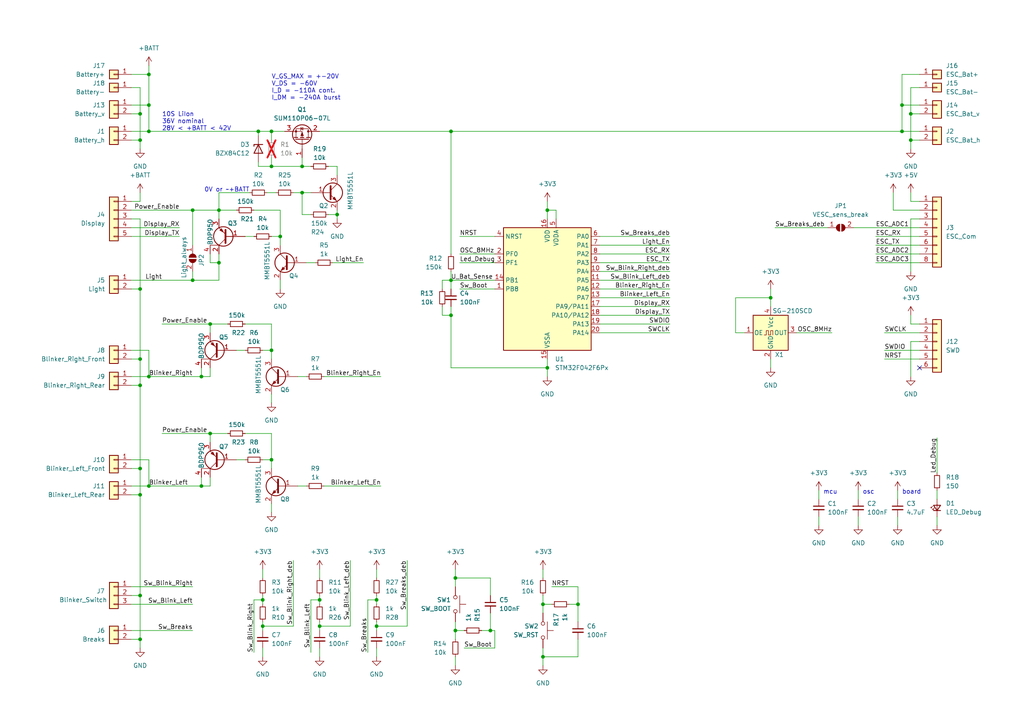
<source format=kicad_sch>
(kicad_sch (version 20230121) (generator eeschema)
  (paper "A4")
  (junction (at 223.52 86.36))
  (junction (at 55.88 60.96))
  (junction (at 130.81 91.44))
  (junction (at 109.22 173.99))
  (junction (at 60.96 93.98))
  (junction (at 109.22 181.61))
  (junction (at 58.42 109.22))
  (junction (at 261.62 38.1))
  (junction (at 264.16 33.02))
  (junction (at 78.74 133.35))
  (junction (at 55.88 81.28))
  (junction (at 43.18 30.48))
  (junction (at 40.64 33.02))
  (junction (at 40.64 185.42))
  (junction (at 92.71 181.61))
  (junction (at 97.79 62.23))
  (junction (at 158.75 106.68))
  (junction (at 78.74 101.6))
  (junction (at 264.16 40.64))
  (junction (at 40.64 135.89))
  (junction (at 157.48 175.26))
  (junction (at 40.64 40.64))
  (junction (at 142.24 182.88))
  (junction (at 158.75 60.96))
  (junction (at 167.64 175.26))
  (junction (at 43.18 140.97))
  (junction (at 43.18 21.59))
  (junction (at 43.18 109.22))
  (junction (at 81.28 68.58))
  (junction (at 87.63 48.26))
  (junction (at 40.64 111.76))
  (junction (at 157.48 190.5))
  (junction (at 74.93 38.1))
  (junction (at 40.64 83.82))
  (junction (at 63.5 76.2))
  (junction (at 63.5 60.96))
  (junction (at 92.71 173.99))
  (junction (at 130.81 38.1))
  (junction (at 40.64 104.14))
  (junction (at 78.74 38.1))
  (junction (at 76.2 181.61))
  (junction (at 261.62 30.48))
  (junction (at 87.63 55.88))
  (junction (at 43.18 38.1))
  (junction (at 130.81 81.28))
  (junction (at 132.08 167.64))
  (junction (at 40.64 143.51))
  (junction (at 76.2 173.99))
  (junction (at 78.74 48.26))
  (junction (at 132.08 182.88))
  (junction (at 40.64 172.72))
  (junction (at 60.96 125.73))
  (junction (at 58.42 140.97))
  (no_connect (at 266.7 106.68))
  (wire (pts (xy 173.99 86.36) (xy 194.31 86.36)))
  (wire (pts (xy 167.64 185.42) (xy 167.64 190.5)))
  (wire (pts (xy 266.7 93.98) (xy 264.16 93.98)))
  (wire (pts (xy 92.71 38.1) (xy 130.81 38.1)))
  (wire (pts (xy 38.1 66.04) (xy 52.07 66.04)))
  (wire (pts (xy 78.74 45.72) (xy 78.74 48.26)))
  (wire (pts (xy 43.18 38.1) (xy 74.93 38.1)))
  (wire (pts (xy 40.64 83.82) (xy 40.64 104.14)))
  (wire (pts (xy 167.64 190.5) (xy 157.48 190.5)))
  (wire (pts (xy 76.2 173.99) (xy 76.2 172.72)))
  (wire (pts (xy 173.99 71.12) (xy 194.31 71.12)))
  (wire (pts (xy 97.79 48.26) (xy 97.79 50.8)))
  (wire (pts (xy 38.1 175.26) (xy 55.88 175.26)))
  (wire (pts (xy 158.75 106.68) (xy 158.75 109.22)))
  (wire (pts (xy 256.54 101.6) (xy 266.7 101.6)))
  (wire (pts (xy 101.6 181.61) (xy 92.71 181.61)))
  (wire (pts (xy 71.12 125.73) (xy 78.74 125.73)))
  (wire (pts (xy 78.74 68.58) (xy 81.28 68.58)))
  (wire (pts (xy 157.48 175.26) (xy 157.48 177.8)))
  (wire (pts (xy 58.42 109.22) (xy 43.18 109.22)))
  (wire (pts (xy 38.1 170.18) (xy 55.88 170.18)))
  (wire (pts (xy 248.92 142.24) (xy 248.92 144.78)))
  (wire (pts (xy 128.27 81.28) (xy 128.27 83.82)))
  (wire (pts (xy 87.63 48.26) (xy 90.17 48.26)))
  (wire (pts (xy 92.71 180.34) (xy 92.71 181.61)))
  (wire (pts (xy 264.16 40.64) (xy 266.7 40.64)))
  (wire (pts (xy 85.09 181.61) (xy 76.2 181.61)))
  (wire (pts (xy 173.99 93.98) (xy 194.31 93.98)))
  (wire (pts (xy 73.66 173.99) (xy 73.66 189.23)))
  (wire (pts (xy 60.96 125.73) (xy 60.96 128.27)))
  (wire (pts (xy 264.16 58.42) (xy 264.16 55.88)))
  (wire (pts (xy 90.17 62.23) (xy 87.63 62.23)))
  (wire (pts (xy 264.16 25.4) (xy 264.16 33.02)))
  (wire (pts (xy 73.66 60.96) (xy 81.28 60.96)))
  (wire (pts (xy 43.18 101.6) (xy 43.18 109.22)))
  (wire (pts (xy 58.42 138.43) (xy 58.42 140.97)))
  (wire (pts (xy 38.1 182.88) (xy 55.88 182.88)))
  (wire (pts (xy 223.52 83.82) (xy 223.52 86.36)))
  (wire (pts (xy 63.5 73.66) (xy 63.5 76.2)))
  (wire (pts (xy 43.18 30.48) (xy 43.18 38.1)))
  (wire (pts (xy 60.96 109.22) (xy 58.42 109.22)))
  (wire (pts (xy 132.08 182.88) (xy 132.08 185.42)))
  (wire (pts (xy 78.74 38.1) (xy 78.74 40.64)))
  (wire (pts (xy 78.74 101.6) (xy 76.2 101.6)))
  (wire (pts (xy 78.74 133.35) (xy 78.74 135.89)))
  (wire (pts (xy 43.18 30.48) (xy 43.18 21.59)))
  (wire (pts (xy 260.35 142.24) (xy 260.35 144.78)))
  (wire (pts (xy 38.1 101.6) (xy 43.18 101.6)))
  (wire (pts (xy 76.2 181.61) (xy 76.2 182.88)))
  (wire (pts (xy 93.98 140.97) (xy 110.49 140.97)))
  (wire (pts (xy 78.74 48.26) (xy 87.63 48.26)))
  (wire (pts (xy 85.09 55.88) (xy 87.63 55.88)))
  (wire (pts (xy 40.64 33.02) (xy 40.64 40.64)))
  (wire (pts (xy 133.35 68.58) (xy 143.51 68.58)))
  (wire (pts (xy 194.31 73.66) (xy 173.99 73.66)))
  (wire (pts (xy 223.52 88.9) (xy 223.52 86.36)))
  (wire (pts (xy 63.5 55.88) (xy 63.5 60.96)))
  (wire (pts (xy 43.18 133.35) (xy 43.18 140.97)))
  (wire (pts (xy 130.81 38.1) (xy 261.62 38.1)))
  (wire (pts (xy 165.1 175.26) (xy 167.64 175.26)))
  (wire (pts (xy 109.22 167.64) (xy 109.22 165.1)))
  (wire (pts (xy 223.52 86.36) (xy 213.36 86.36)))
  (wire (pts (xy 118.11 181.61) (xy 109.22 181.61)))
  (wire (pts (xy 264.16 33.02) (xy 264.16 40.64)))
  (wire (pts (xy 256.54 96.52) (xy 266.7 96.52)))
  (wire (pts (xy 76.2 167.64) (xy 76.2 165.1)))
  (wire (pts (xy 40.64 58.42) (xy 40.64 55.88)))
  (wire (pts (xy 87.63 45.72) (xy 87.63 48.26)))
  (wire (pts (xy 109.22 173.99) (xy 109.22 175.26)))
  (wire (pts (xy 213.36 86.36) (xy 213.36 96.52)))
  (wire (pts (xy 43.18 140.97) (xy 38.1 140.97)))
  (wire (pts (xy 266.7 60.96) (xy 259.08 60.96)))
  (wire (pts (xy 132.08 190.5) (xy 132.08 193.04)))
  (wire (pts (xy 173.99 68.58) (xy 194.31 68.58)))
  (wire (pts (xy 261.62 38.1) (xy 266.7 38.1)))
  (wire (pts (xy 60.96 140.97) (xy 58.42 140.97)))
  (wire (pts (xy 256.54 104.14) (xy 266.7 104.14)))
  (wire (pts (xy 266.7 99.06) (xy 264.16 99.06)))
  (wire (pts (xy 130.81 38.1) (xy 130.81 73.66)))
  (wire (pts (xy 97.79 60.96) (xy 97.79 62.23)))
  (wire (pts (xy 194.31 76.2) (xy 173.99 76.2)))
  (wire (pts (xy 92.71 173.99) (xy 92.71 172.72)))
  (wire (pts (xy 40.64 135.89) (xy 40.64 111.76)))
  (wire (pts (xy 38.1 135.89) (xy 40.64 135.89)))
  (wire (pts (xy 40.64 185.42) (xy 40.64 187.96)))
  (wire (pts (xy 81.28 60.96) (xy 81.28 68.58)))
  (wire (pts (xy 60.96 106.68) (xy 60.96 109.22)))
  (wire (pts (xy 76.2 173.99) (xy 76.2 175.26)))
  (wire (pts (xy 173.99 91.44) (xy 194.31 91.44)))
  (wire (pts (xy 40.64 111.76) (xy 40.64 104.14)))
  (wire (pts (xy 38.1 185.42) (xy 40.64 185.42)))
  (wire (pts (xy 157.48 167.64) (xy 157.48 165.1)))
  (wire (pts (xy 143.51 182.88) (xy 142.24 182.88)))
  (wire (pts (xy 128.27 91.44) (xy 130.81 91.44)))
  (wire (pts (xy 247.65 66.04) (xy 266.7 66.04)))
  (wire (pts (xy 109.22 173.99) (xy 109.22 172.72)))
  (wire (pts (xy 132.08 167.64) (xy 132.08 165.1)))
  (wire (pts (xy 38.1 30.48) (xy 43.18 30.48)))
  (wire (pts (xy 88.9 76.2) (xy 91.44 76.2)))
  (wire (pts (xy 142.24 182.88) (xy 139.7 182.88)))
  (wire (pts (xy 130.81 78.74) (xy 130.81 81.28)))
  (wire (pts (xy 264.16 63.5) (xy 266.7 63.5)))
  (wire (pts (xy 157.48 187.96) (xy 157.48 190.5)))
  (wire (pts (xy 72.39 55.88) (xy 63.5 55.88)))
  (wire (pts (xy 77.47 55.88) (xy 80.01 55.88)))
  (wire (pts (xy 161.29 60.96) (xy 158.75 60.96)))
  (wire (pts (xy 271.78 127) (xy 271.78 137.16)))
  (wire (pts (xy 213.36 96.52) (xy 215.9 96.52)))
  (wire (pts (xy 271.78 142.24) (xy 271.78 144.78)))
  (wire (pts (xy 55.88 71.12) (xy 55.88 60.96)))
  (wire (pts (xy 78.74 125.73) (xy 78.74 133.35)))
  (wire (pts (xy 167.64 170.18) (xy 167.64 175.26)))
  (wire (pts (xy 266.7 33.02) (xy 264.16 33.02)))
  (wire (pts (xy 81.28 81.28) (xy 81.28 83.82)))
  (wire (pts (xy 134.62 182.88) (xy 132.08 182.88)))
  (wire (pts (xy 71.12 68.58) (xy 73.66 68.58)))
  (wire (pts (xy 38.1 81.28) (xy 55.88 81.28)))
  (wire (pts (xy 133.35 83.82) (xy 143.51 83.82)))
  (wire (pts (xy 40.64 40.64) (xy 40.64 43.18)))
  (wire (pts (xy 118.11 162.56) (xy 118.11 181.61)))
  (wire (pts (xy 40.64 143.51) (xy 40.64 135.89)))
  (wire (pts (xy 71.12 101.6) (xy 68.58 101.6)))
  (wire (pts (xy 78.74 146.05) (xy 78.74 148.59)))
  (wire (pts (xy 63.5 76.2) (xy 63.5 81.28)))
  (wire (pts (xy 78.74 93.98) (xy 78.74 101.6)))
  (wire (pts (xy 43.18 109.22) (xy 38.1 109.22)))
  (wire (pts (xy 254 68.58) (xy 266.7 68.58)))
  (wire (pts (xy 90.17 55.88) (xy 87.63 55.88)))
  (wire (pts (xy 160.02 175.26) (xy 157.48 175.26)))
  (wire (pts (xy 55.88 60.96) (xy 63.5 60.96)))
  (wire (pts (xy 158.75 58.42) (xy 158.75 60.96)))
  (wire (pts (xy 76.2 133.35) (xy 78.74 133.35)))
  (wire (pts (xy 74.93 38.1) (xy 74.93 39.37)))
  (wire (pts (xy 38.1 40.64) (xy 40.64 40.64)))
  (wire (pts (xy 142.24 167.64) (xy 132.08 167.64)))
  (wire (pts (xy 133.35 73.66) (xy 143.51 73.66)))
  (wire (pts (xy 38.1 143.51) (xy 40.64 143.51)))
  (wire (pts (xy 58.42 140.97) (xy 43.18 140.97)))
  (wire (pts (xy 173.99 88.9) (xy 194.31 88.9)))
  (wire (pts (xy 38.1 63.5) (xy 40.64 63.5)))
  (wire (pts (xy 101.6 162.56) (xy 101.6 181.61)))
  (wire (pts (xy 132.08 182.88) (xy 132.08 180.34)))
  (wire (pts (xy 130.81 88.9) (xy 130.81 91.44)))
  (wire (pts (xy 173.99 96.52) (xy 194.31 96.52)))
  (wire (pts (xy 237.49 149.86) (xy 237.49 152.4)))
  (wire (pts (xy 73.66 173.99) (xy 76.2 173.99)))
  (wire (pts (xy 86.36 109.22) (xy 88.9 109.22)))
  (wire (pts (xy 38.1 58.42) (xy 40.64 58.42)))
  (wire (pts (xy 142.24 177.8) (xy 142.24 182.88)))
  (wire (pts (xy 254 73.66) (xy 266.7 73.66)))
  (wire (pts (xy 38.1 111.76) (xy 40.64 111.76)))
  (wire (pts (xy 38.1 21.59) (xy 43.18 21.59)))
  (wire (pts (xy 60.96 73.66) (xy 60.96 76.2)))
  (wire (pts (xy 266.7 58.42) (xy 264.16 58.42)))
  (wire (pts (xy 92.71 190.5) (xy 92.71 187.96)))
  (wire (pts (xy 76.2 180.34) (xy 76.2 181.61)))
  (wire (pts (xy 71.12 93.98) (xy 78.74 93.98)))
  (wire (pts (xy 254 76.2) (xy 266.7 76.2)))
  (wire (pts (xy 109.22 190.5) (xy 109.22 187.96)))
  (wire (pts (xy 46.99 125.73) (xy 60.96 125.73)))
  (wire (pts (xy 68.58 133.35) (xy 71.12 133.35)))
  (wire (pts (xy 38.1 38.1) (xy 43.18 38.1)))
  (wire (pts (xy 60.96 76.2) (xy 63.5 76.2)))
  (wire (pts (xy 78.74 104.14) (xy 78.74 101.6)))
  (wire (pts (xy 158.75 104.14) (xy 158.75 106.68)))
  (wire (pts (xy 38.1 68.58) (xy 52.07 68.58)))
  (wire (pts (xy 133.35 76.2) (xy 143.51 76.2)))
  (wire (pts (xy 76.2 190.5) (xy 76.2 187.96)))
  (wire (pts (xy 223.52 104.14) (xy 223.52 106.68)))
  (wire (pts (xy 38.1 104.14) (xy 40.64 104.14)))
  (wire (pts (xy 167.64 175.26) (xy 167.64 180.34)))
  (wire (pts (xy 157.48 190.5) (xy 157.48 193.04)))
  (wire (pts (xy 158.75 60.96) (xy 158.75 63.5)))
  (wire (pts (xy 143.51 187.96) (xy 143.51 182.88)))
  (wire (pts (xy 254 71.12) (xy 266.7 71.12)))
  (wire (pts (xy 43.18 21.59) (xy 43.18 19.05)))
  (wire (pts (xy 266.7 25.4) (xy 264.16 25.4)))
  (wire (pts (xy 74.93 48.26) (xy 74.93 46.99)))
  (wire (pts (xy 237.49 142.24) (xy 237.49 144.78)))
  (wire (pts (xy 78.74 114.3) (xy 78.74 116.84)))
  (wire (pts (xy 60.96 93.98) (xy 60.96 96.52)))
  (wire (pts (xy 90.17 173.99) (xy 92.71 173.99)))
  (wire (pts (xy 92.71 181.61) (xy 92.71 182.88)))
  (wire (pts (xy 128.27 88.9) (xy 128.27 91.44)))
  (wire (pts (xy 38.1 25.4) (xy 40.64 25.4)))
  (wire (pts (xy 142.24 172.72) (xy 142.24 167.64)))
  (wire (pts (xy 38.1 60.96) (xy 55.88 60.96)))
  (wire (pts (xy 63.5 63.5) (xy 63.5 60.96)))
  (wire (pts (xy 264.16 99.06) (xy 264.16 109.22)))
  (wire (pts (xy 40.64 172.72) (xy 40.64 185.42)))
  (wire (pts (xy 87.63 62.23) (xy 87.63 55.88)))
  (wire (pts (xy 74.93 38.1) (xy 78.74 38.1)))
  (wire (pts (xy 173.99 83.82) (xy 194.31 83.82)))
  (wire (pts (xy 264.16 78.74) (xy 264.16 63.5)))
  (wire (pts (xy 95.25 62.23) (xy 97.79 62.23)))
  (wire (pts (xy 96.52 76.2) (xy 105.41 76.2)))
  (wire (pts (xy 161.29 63.5) (xy 161.29 60.96)))
  (wire (pts (xy 85.09 162.56) (xy 85.09 181.61)))
  (wire (pts (xy 106.68 173.99) (xy 109.22 173.99)))
  (wire (pts (xy 78.74 38.1) (xy 82.55 38.1)))
  (wire (pts (xy 95.25 48.26) (xy 97.79 48.26)))
  (wire (pts (xy 109.22 180.34) (xy 109.22 181.61)))
  (wire (pts (xy 248.92 149.86) (xy 248.92 152.4)))
  (wire (pts (xy 271.78 149.86) (xy 271.78 152.4)))
  (wire (pts (xy 60.96 93.98) (xy 66.04 93.98)))
  (wire (pts (xy 46.99 93.98) (xy 60.96 93.98)))
  (wire (pts (xy 130.81 106.68) (xy 158.75 106.68)))
  (wire (pts (xy 130.81 81.28) (xy 130.81 83.82)))
  (wire (pts (xy 109.22 181.61) (xy 109.22 182.88)))
  (wire (pts (xy 157.48 172.72) (xy 157.48 175.26)))
  (wire (pts (xy 173.99 81.28) (xy 194.31 81.28)))
  (wire (pts (xy 92.71 167.64) (xy 92.71 165.1)))
  (wire (pts (xy 74.93 48.26) (xy 78.74 48.26)))
  (wire (pts (xy 38.1 83.82) (xy 40.64 83.82)))
  (wire (pts (xy 224.79 66.04) (xy 240.03 66.04)))
  (wire (pts (xy 58.42 106.68) (xy 58.42 109.22)))
  (wire (pts (xy 63.5 60.96) (xy 68.58 60.96)))
  (wire (pts (xy 160.02 170.18) (xy 167.64 170.18)))
  (wire (pts (xy 261.62 21.59) (xy 261.62 30.48)))
  (wire (pts (xy 130.81 81.28) (xy 143.51 81.28)))
  (wire (pts (xy 40.64 25.4) (xy 40.64 33.02)))
  (wire (pts (xy 38.1 172.72) (xy 40.64 172.72)))
  (wire (pts (xy 38.1 33.02) (xy 40.64 33.02)))
  (wire (pts (xy 106.68 173.99) (xy 106.68 189.23)))
  (wire (pts (xy 134.62 187.96) (xy 143.51 187.96)))
  (wire (pts (xy 130.81 81.28) (xy 128.27 81.28)))
  (wire (pts (xy 264.16 93.98) (xy 264.16 91.44)))
  (wire (pts (xy 93.98 109.22) (xy 110.49 109.22)))
  (wire (pts (xy 97.79 62.23) (xy 97.79 63.5)))
  (wire (pts (xy 81.28 68.58) (xy 81.28 71.12)))
  (wire (pts (xy 261.62 30.48) (xy 261.62 38.1)))
  (wire (pts (xy 173.99 78.74) (xy 194.31 78.74)))
  (wire (pts (xy 132.08 167.64) (xy 132.08 170.18)))
  (wire (pts (xy 55.88 81.28) (xy 55.88 78.74)))
  (wire (pts (xy 130.81 91.44) (xy 130.81 106.68)))
  (wire (pts (xy 60.96 125.73) (xy 66.04 125.73)))
  (wire (pts (xy 264.16 43.18) (xy 264.16 40.64)))
  (wire (pts (xy 259.08 60.96) (xy 259.08 55.88)))
  (wire (pts (xy 40.64 63.5) (xy 40.64 83.82)))
  (wire (pts (xy 90.17 173.99) (xy 90.17 189.23)))
  (wire (pts (xy 260.35 149.86) (xy 260.35 152.4)))
  (wire (pts (xy 86.36 140.97) (xy 88.9 140.97)))
  (wire (pts (xy 60.96 138.43) (xy 60.96 140.97)))
  (wire (pts (xy 40.64 143.51) (xy 40.64 172.72)))
  (wire (pts (xy 55.88 81.28) (xy 63.5 81.28)))
  (wire (pts (xy 266.7 30.48) (xy 261.62 30.48)))
  (wire (pts (xy 231.14 96.52) (xy 241.3 96.52)))
  (wire (pts (xy 266.7 21.59) (xy 261.62 21.59)))
  (wire (pts (xy 92.71 173.99) (xy 92.71 175.26)))
  (wire (pts (xy 38.1 133.35) (xy 43.18 133.35)))
  (text "0V or ~+BATT" (at 72.39 55.88 0) (effects (font (size 1.27 1.27)) (justify right bottom)))
  (text "board" (at 261.62 143.51 0) (effects (font (size 1.27 1.27)) (justify left bottom)))
  (text "osc" (at 250.19 143.51 0) (effects (font (size 1.27 1.27)) (justify left bottom)))
  (text "V_GS_MAX = +-20V\nV_DS = -60V\nI_D = -110A cont.\nI_DM = -240A burst" (at 78.74 29.21 0) (effects (font (size 1.27 1.27)) (justify left bottom)))
  (text "10S LiIon\n36V nominal\n28V < +BATT < 42V" (at 46.99 38.1 0) (effects (font (size 1.27 1.27)) (justify left bottom)))
  (text "mcu" (at 238.76 143.51 0) (effects (font (size 1.27 1.27)) (justify left bottom)))
  (label "Power_Enable" (at 52.07 60.96 180))
  (label "Sw_Blink_Left" (at 90.17 187.96 90))
  (label "Sw_Blink_Right_deb" (at 85.09 162.56 270))
  (label "Blinker_Right" (at 43.18 109.22 0))
  (label "Blinker_Right_En" (at 194.31 83.82 180))
  (label "Blinker_Left" (at 43.18 140.97 0))
  (label "Sw_Breaks_deb" (at 194.31 68.58 180))
  (label "Sw_Boot" (at 133.35 83.82 0))
  (label "Sw_Blink_Left" (at 55.88 175.26 180))
  (label "SWDIO" (at 256.54 101.6 0))
  (label "Display_RX" (at 52.07 66.04 180))
  (label "Sw_Breaks_deb" (at 224.79 66.04 0))
  (label "Light_En" (at 105.41 76.2 180))
  (label "Blinker_Right_En" (at 110.49 109.22 180))
  (label "Display_TX" (at 194.31 91.44 180))
  (label "Sw_Blink_Left_deb" (at 194.31 81.28 180))
  (label "Sw_Blink_Right" (at 55.88 170.18 180))
  (label "ESC_TX" (at 194.31 76.2 180))
  (label "ESC_RX" (at 194.31 73.66 180))
  (label "Display_RX" (at 194.31 88.9 180))
  (label "ESC_ADC2" (at 254 73.66 0))
  (label "Display_TX" (at 52.07 68.58 180))
  (label "U_Bat_Sense" (at 130.81 81.28 0))
  (label "NRST" (at 160.02 170.18 0))
  (label "Power_Enable" (at 46.99 93.98 0))
  (label "Blinker_Left_En" (at 194.31 86.36 180))
  (label "SWCLK" (at 194.31 96.52 180))
  (label "Power_Enable" (at 46.99 125.73 0))
  (label "Sw_Blink_Left_deb" (at 101.6 162.56 270))
  (label "Sw_Blink_Right_deb" (at 194.31 78.74 180))
  (label "ESC_ADC3" (at 254 76.2 0))
  (label "Blinker_Left_En" (at 110.49 140.97 180))
  (label "NRST" (at 133.35 68.58 0))
  (label "SWCLK" (at 256.54 96.52 0))
  (label "Sw_Breaks" (at 55.88 182.88 180))
  (label "NRST" (at 256.54 104.14 0))
  (label "OSC_8MHz" (at 241.3 96.52 180))
  (label "OSC_8MHz" (at 133.35 73.66 0))
  (label "ESC_TX" (at 254 71.12 0))
  (label "Light_En" (at 194.31 71.12 180))
  (label "ESC_ADC1" (at 254 66.04 0))
  (label "Sw_Breaks_deb" (at 118.11 162.56 270))
  (label "Led_Debug" (at 133.35 76.2 0))
  (label "Sw_Breaks" (at 106.68 189.23 90))
  (label "Sw_Boot" (at 134.62 187.96 0))
  (label "Led_Debug" (at 271.78 127 270))
  (label "ESC_RX" (at 254 68.58 0))
  (label "Light" (at 46.99 81.28 180))
  (label "Sw_Blink_Right" (at 73.66 189.23 90))
  (label "SWDIO" (at 194.31 93.98 180))
  (symbol (lib_id "Device:R_Small") (at 132.08 187.96 0) (mirror y) (unit 1)
    (property "Reference" "R14" (at 129.54 186.69 0) (effects (justify left)))
    (property "Value" "10k" (at 129.54 189.23 0) (effects (justify left)))
    (property "Footprint" "Resistor_SMD:R_0603_1608Metric_Pad0.98x0.95mm_HandSolder" (effects hide))
    (property "source" "project stock \"ESP8266 12E Base-Board\"" (effects hide))
  )
  (symbol (lib_id "Device:R_Small") (at 271.78 139.7 0) (unit 1)
    (property "Reference" "R18" (at 274.32 138.43 0) (effects (justify left)))
    (property "Value" "150" (at 274.32 140.97 0) (effects (justify left)))
    (property "Footprint" "Resistor_SMD:R_0603_1608Metric_Pad0.98x0.95mm_HandSolder" (effects hide))
    (property "source" "project stock \"ESP8266 12E Base-Board\"" (effects hide))
  )
  (symbol (lib_id "power:+3V3") (at 260.35 142.24 0) (unit 1)
    (property "Reference" "#PWR022" (effects hide))
    (property "Value" "+3V3" (at 260.35 137.16 0))
  )
  (symbol (lib_id "Diode:BZX84Cxx") (at 74.93 43.18 90) (mirror x) (unit 1)
    (property "Reference" "D3" (at 72.39 41.91 90) (effects (justify left)))
    (property "Value" "BZX84C12" (at 72.39 44.45 90) (effects (justify left)))
    (property "Footprint" "Package_TO_SOT_SMD:SOT-23" (effects hide))
    (property "Datasheet" "https://diotec.com/tl_files/diotec/files/pdf/datasheets/bzx84c2v4.pdf" (effects hide))
    (property "source" "ebay" (effects hide))
  )
  (symbol (lib_id "Device:C_Small") (at 76.2 185.42 0) (unit 1)
    (property "Reference" "C7" (at 78.74 184.1563 0) (effects (justify left)))
    (property "Value" "100nF" (at 78.74 186.6963 0) (effects (justify left)))
    (property "Footprint" "Capacitor_SMD:C_0805_2012Metric_Pad1.18x1.45mm_HandSolder" (effects hide))
    (property "source" "in stock" (effects hide))
  )
  (symbol (lib_id "power:+BATT") (at 40.64 55.88 0) (unit 1)
    (property "Reference" "#PWR04" (effects hide))
    (property "Value" "+BATT" (at 40.64 50.8 0))
  )
  (symbol (lib_id "power:GND") (at 157.48 193.04 0) (unit 1)
    (property "Reference" "#PWR027" (effects hide))
    (property "Value" "GND" (at 157.48 198.12 0))
  )
  (symbol (lib_id "Device:R_Small") (at 82.55 55.88 270) (unit 1)
    (property "Reference" "R25" (at 82.55 50.8 90))
    (property "Value" "10k" (at 82.55 53.34 90))
    (property "Footprint" "Resistor_SMD:R_0603_1608Metric_Pad0.98x0.95mm_HandSolder" (effects hide))
    (property "source" "project stock \"ESP8266 12E Base-Board\"" (effects hide))
  )
  (symbol (lib_id "Device:R_Small") (at 109.22 177.8 0) (mirror x) (unit 1)
    (property "Reference" "R28" (at 111.76 179.07 0) (effects (justify left)))
    (property "Value" "1k" (at 111.76 176.53 0) (effects (justify left)))
    (property "Footprint" "Resistor_SMD:R_0603_1608Metric_Pad0.98x0.95mm_HandSolder" (effects hide))
    (property "source" "in stock" (effects hide))
  )
  (symbol (lib_id "Device:Q_PNP_BCEC") (at 63.5 101.6 180) (unit 1)
    (property "Reference" "Q5" (at 63.5 97.79 0) (effects (justify right)))
    (property "Value" "BDP950" (at 58.42 104.14 90) (effects (justify right)))
    (property "Footprint" "Package_TO_SOT_SMD:SOT-223" (effects hide))
    (property "Datasheet" "https://www.infineon.com/dgdl/Infineon-BDP948_BDP950_BDP954-DS-v01_01-en.pdf?fileId=db3a304314dca38901156149b3e81f67" (effects hide))
    (property "source" "ebay? (I have one here)" (effects hide))
  )
  (symbol (lib_id "Device:C_Small") (at 142.24 175.26 0) (unit 1)
    (property "Reference" "C5" (at 144.78 173.9963 0) (effects (justify left)))
    (property "Value" "100nF" (at 144.78 176.5363 0) (effects (justify left)))
    (property "Footprint" "Capacitor_SMD:C_0805_2012Metric_Pad1.18x1.45mm_HandSolder" (effects hide))
    (property "source" "in stock" (effects hide))
  )
  (symbol (lib_id "Connector_Generic:Conn_01x06") (at 271.78 99.06 0) (unit 1)
    (property "Reference" "J12" (at 274.32 99.06 0) (effects (justify left)))
    (property "Value" "SWD" (at 274.32 101.6 0) (effects (justify left)))
    (property "Footprint" "local:PinHeader_1x06_P2.54mm_Horizontal_SMD" (effects hide))
    (property "source" "pin header" (effects hide))
  )
  (symbol (lib_id "Device:LED_Small") (at 271.78 147.32 90) (unit 1)
    (property "Reference" "D1" (at 274.32 145.9865 90) (effects (justify right)))
    (property "Value" "LED_Debug" (at 274.32 148.5265 90) (effects (justify right)))
    (property "Footprint" "LED_SMD:LED_0805_2012Metric_Pad1.15x1.40mm_HandSolder" (effects hide))
    (property "source" "project stock \"ESP8266 12E Base-Board\"" (effects hide))
  )
  (symbol (lib_id "Transistor_BJT:MMBT5551L") (at 83.82 76.2 0) (mirror y) (unit 1)
    (property "Reference" "Q4" (at 83.82 80.01 0) (effects (justify right)))
    (property "Value" "MMBT5551L" (at 77.47 81.28 90) (effects (justify left)))
    (property "Footprint" "Package_TO_SOT_SMD:SOT-23_Handsoldering" (effects hide))
    (property "Datasheet" "www.onsemi.com/pub/Collateral/MMBT5550LT1-D.PDF" (effects hide))
    (property "source" "project stock \"ESP8266 12E Base-Board\"" (effects hide))
  )
  (symbol (lib_id "power:+3V3") (at 109.22 165.1 0) (unit 1)
    (property "Reference" "#PWR034" (effects hide))
    (property "Value" "+3V3" (at 109.22 160.02 0))
  )
  (symbol (lib_id "power:+3V3") (at 158.75 58.42 0) (unit 1)
    (property "Reference" "#PWR012" (effects hide))
    (property "Value" "+3V3" (at 158.75 53.34 0))
  )
  (symbol (lib_id "Connector_Generic:Conn_01x02") (at 33.02 109.22 0) (mirror y) (unit 1)
    (property "Reference" "J9" (at 30.48 109.22 0) (effects (justify left)))
    (property "Value" "Blinker_Right_Rear" (at 30.48 111.76 0) (effects (justify left)))
    (property "Footprint" "Connector_PinHeader_2.54mm:PinHeader_1x02_P2.54mm_Vertical" (effects hide))
  )
  (symbol (lib_id "Connector_Generic:Conn_01x03") (at 33.02 172.72 0) (mirror y) (unit 1)
    (property "Reference" "J7" (at 29.21 171.45 0))
    (property "Value" "Blinker_Switch" (at 24.13 173.99 0))
    (property "Footprint" "Connector_PinHeader_2.54mm:PinHeader_1x03_P2.54mm_Vertical" (effects hide))
  )
  (symbol (lib_id "power:GND") (at 264.16 109.22 0) (unit 1)
    (property "Reference" "#PWR029" (effects hide))
    (property "Value" "GND" (at 264.16 114.3 0))
  )
  (symbol (lib_id "Switch:SW_Push") (at 132.08 175.26 270) (mirror x) (unit 1)
    (property "Reference" "SW1" (at 130.81 173.99 90) (effects (justify right)))
    (property "Value" "SW_BOOT" (at 130.81 176.53 90) (effects (justify right)))
    (property "Footprint" "local:SW_Push_1P1T_NO_Alps_SPEH" (effects hide))
    (property "source" "in stock" (effects hide))
  )
  (symbol (lib_id "Device:C_Small") (at 237.49 147.32 0) (unit 1)
    (property "Reference" "C1" (at 240.03 146.0563 0) (effects (justify left)))
    (property "Value" "100nF" (at 240.03 148.5963 0) (effects (justify left)))
    (property "Footprint" "Capacitor_SMD:C_0805_2012Metric_Pad1.18x1.45mm_HandSolder" (effects hide))
    (property "source" "in stock" (effects hide))
  )
  (symbol (lib_id "power:GND") (at 40.64 43.18 0) (unit 1)
    (property "Reference" "#PWR02" (effects hide))
    (property "Value" "GND" (at 40.64 48.26 0))
  )
  (symbol (lib_id "Device:R_Small") (at 74.93 55.88 270) (unit 1)
    (property "Reference" "R2" (at 74.93 50.8 90))
    (property "Value" "10k" (at 74.93 53.34 90))
    (property "Footprint" "Resistor_SMD:R_0603_1608Metric_Pad0.98x0.95mm_HandSolder" (effects hide))
    (property "source" "project stock \"ESP8266 12E Base-Board\"" (effects hide))
  )
  (symbol (lib_id "power:+BATT") (at 43.18 19.05 0) (unit 1)
    (property "Reference" "#PWR01" (effects hide))
    (property "Value" "+BATT" (at 43.18 13.97 0))
  )
  (symbol (lib_id "power:+3V3") (at 132.08 165.1 0) (unit 1)
    (property "Reference" "#PWR024" (effects hide))
    (property "Value" "+3V3" (at 132.08 160.02 0))
  )
  (symbol (lib_id "power:+3V3") (at 223.52 83.82 0) (unit 1)
    (property "Reference" "#PWR013" (effects hide))
    (property "Value" "+3V3" (at 223.52 78.74 0))
  )
  (symbol (lib_id "power:GND") (at 78.74 116.84 0) (unit 1)
    (property "Reference" "#PWR03" (effects hide))
    (property "Value" "GND" (at 78.74 121.92 0))
  )
  (symbol (lib_id "MCU_ST_STM32F0:STM32F042F6Px") (at 158.75 83.82 0) (unit 1)
    (property "Reference" "U1" (at 160.9441 104.14 0) (effects (justify left)))
    (property "Value" "STM32F042F6Px" (at 160.9441 106.68 0) (effects (justify left)))
    (property "Footprint" "Package_SO:TSSOP-20_4.4x6.5mm_P0.65mm" (effects hide))
    (property "Datasheet" "https://www.st.com/resource/en/datasheet/stm32f042f6.pdf" (effects hide))
    (property "source" "project stock \"power-sun\"" (effects hide))
  )
  (symbol (lib_id "Device:Q_PNP_BCEC") (at 63.5 133.35 180) (unit 1)
    (property "Reference" "Q7" (at 63.5 129.54 0) (effects (justify right)))
    (property "Value" "BDP950" (at 58.42 135.89 90) (effects (justify right)))
    (property "Footprint" "Package_TO_SOT_SMD:SOT-223" (effects hide))
    (property "Datasheet" "https://www.infineon.com/dgdl/Infineon-BDP948_BDP950_BDP954-DS-v01_01-en.pdf?fileId=db3a304314dca38901156149b3e81f67" (effects hide))
    (property "source" "ebay? (I have one here)" (effects hide))
  )
  (symbol (lib_id "Jumper:SolderJumper_2_Open") (at 243.84 66.04 0) (unit 1)
    (property "Reference" "JP1" (at 243.84 59.69 0))
    (property "Value" "VESC_sens_break" (at 243.84 62.23 0))
    (property "Footprint" "Jumper:SolderJumper-2_P1.3mm_Open_RoundedPad1.0x1.5mm" (effects hide))
  )
  (symbol (lib_id "Connector_Generic:Conn_01x01") (at 271.78 25.4 0) (unit 1)
    (property "Reference" "J15" (at 274.32 24.13 0) (effects (justify left)))
    (property "Value" "ESC_Bat-" (at 274.32 26.67 0) (effects (justify left)))
    (property "Footprint" "local:Solder_Pad_4mm2" (effects hide))
  )
  (symbol (lib_id "Device:R_Small") (at 137.16 182.88 270) (mirror x) (unit 1)
    (property "Reference" "R15" (at 138.43 180.34 0) (effects (justify left)))
    (property "Value" "1k" (at 135.89 180.34 0) (effects (justify left)))
    (property "Footprint" "Resistor_SMD:R_0603_1608Metric_Pad0.98x0.95mm_HandSolder" (effects hide))
    (property "source" "in stock" (effects hide))
  )
  (symbol (lib_id "Connector_Generic:Conn_01x02") (at 33.02 38.1 0) (mirror y) (unit 1)
    (property "Reference" "J1" (at 30.48 38.1 0) (effects (justify left)))
    (property "Value" "Battery_h" (at 30.48 40.64 0) (effects (justify left)))
    (property "Footprint" "Connector_AMASS:AMASS_XT60PW-M_1x02_P7.20mm_Horizontal" (effects hide))
    (property "source" "ebay" (effects hide))
  )
  (symbol (lib_id "Jumper:SolderJumper_2_Open") (at 55.88 74.93 270) (unit 1)
    (property "Reference" "JP2" (at 58.42 73.66 0) (effects (justify left)))
    (property "Value" "Light_always" (at 53.34 68.58 0) (effects (justify left)))
    (property "Footprint" "Jumper:SolderJumper-2_P1.3mm_Open_RoundedPad1.0x1.5mm" (effects hide))
  )
  (symbol (lib_id "Device:R_Small") (at 92.71 48.26 270) (unit 1)
    (property "Reference" "R19" (at 92.71 43.18 90))
    (property "Value" "10k" (at 92.71 45.72 90))
    (property "Footprint" "Resistor_SMD:R_0603_1608Metric_Pad0.98x0.95mm_HandSolder" (effects hide))
    (property "source" "project stock \"ESP8266 12E Base-Board\"" (effects hide))
  )
  (symbol (lib_id "power:GND") (at 40.64 187.96 0) (unit 1)
    (property "Reference" "#PWR07" (effects hide))
    (property "Value" "GND" (at 40.64 193.04 0))
  )
  (symbol (lib_id "Device:C_Small") (at 248.92 147.32 0) (unit 1)
    (property "Reference" "C2" (at 251.46 146.0563 0) (effects (justify left)))
    (property "Value" "100nF" (at 251.46 148.5963 0) (effects (justify left)))
    (property "Footprint" "Capacitor_SMD:C_0805_2012Metric_Pad1.18x1.45mm_HandSolder" (effects hide))
    (property "source" "in stock" (effects hide))
  )
  (symbol (lib_id "power:GND") (at 260.35 152.4 0) (unit 1)
    (property "Reference" "#PWR023" (effects hide))
    (property "Value" "GND" (at 260.35 157.48 0))
  )
  (symbol (lib_id "Device:Q_PMOS_GDS") (at 87.63 40.64 270) (mirror x) (unit 1)
    (property "Reference" "Q1" (at 87.63 31.75 90))
    (property "Value" "SUM110P06-07L" (at 87.63 34.29 90))
    (property "Footprint" "Package_TO_SOT_SMD:TO-263-2" (effects hide))
    (property "Datasheet" "https://www.vishay.com/docs/72439/sum110p06-07l.pdf" (effects hide))
    (property "source" "ebay?" (effects hide))
  )
  (symbol (lib_id "Device:R_Small") (at 162.56 175.26 90) (mirror x) (unit 1)
    (property "Reference" "R17" (at 161.29 177.8 0) (effects (justify left)))
    (property "Value" "1k" (at 163.83 177.8 0) (effects (justify left)))
    (property "Footprint" "Resistor_SMD:R_0603_1608Metric_Pad0.98x0.95mm_HandSolder" (effects hide))
    (property "source" "in stock" (effects hide))
  )
  (symbol (lib_id "Transistor_BJT:MMBT5551L") (at 95.25 55.88 0) (unit 1)
    (property "Reference" "Q2" (at 95.25 59.69 0) (effects (justify right)))
    (property "Value" "MMBT5551L" (at 101.6 60.96 90) (effects (justify left)))
    (property "Footprint" "Package_TO_SOT_SMD:SOT-23_Handsoldering" (effects hide))
    (property "Datasheet" "www.onsemi.com/pub/Collateral/MMBT5550LT1-D.PDF" (effects hide))
    (property "source" "project stock \"ESP8266 12E Base-Board\"" (effects hide))
  )
  (symbol (lib_id "Device:R_Small") (at 109.22 170.18 0) (unit 1)
    (property "Reference" "R27" (at 111.76 168.91 0) (effects (justify left)))
    (property "Value" "10k" (at 111.76 171.45 0) (effects (justify left)))
    (property "Footprint" "Resistor_SMD:R_0603_1608Metric_Pad0.98x0.95mm_HandSolder" (effects hide))
    (property "source" "project stock \"ESP8266 12E Base-Board\"" (effects hide))
  )
  (symbol (lib_id "power:GND") (at 264.16 43.18 0) (unit 1)
    (property "Reference" "#PWR05" (effects hide))
    (property "Value" "GND" (at 264.16 48.26 0))
  )
  (symbol (lib_id "Device:R_Small") (at 68.58 93.98 90) (mirror x) (unit 1)
    (property "Reference" "R22" (at 71.12 96.52 90) (effects (justify left)))
    (property "Value" "150k" (at 71.12 91.44 90) (effects (justify left)))
    (property "Footprint" "Resistor_SMD:R_0603_1608Metric_Pad0.98x0.95mm_HandSolder" (effects hide))
    (property "source" "project stock \"ESP8266 12E Base-Board\"" (effects hide))
  )
  (symbol (lib_id "power:GND") (at 223.52 106.68 0) (unit 1)
    (property "Reference" "#PWR015" (effects hide))
    (property "Value" "GND" (at 223.52 111.76 0))
  )
  (symbol (lib_id "Device:R_Small") (at 92.71 170.18 0) (unit 1)
    (property "Reference" "R11" (at 95.25 168.91 0) (effects (justify left)))
    (property "Value" "10k" (at 95.25 171.45 0) (effects (justify left)))
    (property "Footprint" "Resistor_SMD:R_0603_1608Metric_Pad0.98x0.95mm_HandSolder" (effects hide))
    (property "source" "project stock \"ESP8266 12E Base-Board\"" (effects hide))
  )
  (symbol (lib_id "Connector_Generic:Conn_01x02") (at 33.02 101.6 0) (mirror y) (unit 1)
    (property "Reference" "J8" (at 30.48 101.6 0) (effects (justify left)))
    (property "Value" "Blinker_Right_Front" (at 30.48 104.14 0) (effects (justify left)))
    (property "Footprint" "Connector_PinHeader_2.54mm:PinHeader_1x02_P2.54mm_Vertical" (effects hide))
  )
  (symbol (lib_id "Connector_Generic:Conn_01x01") (at 271.78 21.59 0) (unit 1)
    (property "Reference" "J16" (at 274.32 19.05 0) (effects (justify left)))
    (property "Value" "ESC_Bat+" (at 274.32 21.59 0) (effects (justify left)))
    (property "Footprint" "local:Solder_Pad_4mm2" (effects hide))
  )
  (symbol (lib_id "power:+3V3") (at 264.16 91.44 0) (unit 1)
    (property "Reference" "#PWR028" (effects hide))
    (property "Value" "+3V3" (at 264.16 86.36 0))
  )
  (symbol (lib_id "Device:R_Small") (at 91.44 109.22 270) (unit 1)
    (property "Reference" "R7" (at 91.44 104.14 90))
    (property "Value" "1k" (at 91.44 106.68 90))
    (property "Footprint" "Resistor_SMD:R_0603_1608Metric_Pad0.98x0.95mm_HandSolder" (effects hide))
    (property "source" "in stock" (effects hide))
  )
  (symbol (lib_id "Device:R_Small") (at 78.74 43.18 180) (unit 1) (dnp yes)
    (property "Reference" "R1" (at 81.28 41.91 0) (effects (justify right)))
    (property "Value" "10k" (at 81.28 44.45 0) (effects (justify right)))
    (property "Footprint" "Resistor_SMD:R_0603_1608Metric_Pad0.98x0.95mm_HandSolder" (effects hide))
    (property "source" "project stock \"ESP8266 12E Base-Board\"" (effects hide))
  )
  (symbol (lib_id "Connector_Generic:Conn_01x08") (at 271.78 66.04 0) (unit 1)
    (property "Reference" "J3" (at 274.32 66.04 0) (effects (justify left)))
    (property "Value" "ESC_Com" (at 274.32 68.58 0) (effects (justify left)))
    (property "Footprint" "Connector_JST:JST_PH_S8B-PH-K_1x08_P2.00mm_Horizontal" (effects hide))
    (property "source" "ebay" (effects hide))
  )
  (symbol (lib_id "power:GND") (at 248.92 152.4 0) (unit 1)
    (property "Reference" "#PWR021" (effects hide))
    (property "Value" "GND" (at 248.92 157.48 0))
  )
  (symbol (lib_id "Connector_Generic:Conn_01x02") (at 33.02 140.97 0) (mirror y) (unit 1)
    (property "Reference" "J11" (at 30.48 140.97 0) (effects (justify left)))
    (property "Value" "Blinker_Left_Rear" (at 30.48 143.51 0) (effects (justify left)))
    (property "Footprint" "Connector_PinHeader_2.54mm:PinHeader_1x02_P2.54mm_Vertical" (effects hide))
  )
  (symbol (lib_id "Device:C_Small") (at 130.81 86.36 0) (unit 1)
    (property "Reference" "C4" (at 133.35 85.0963 0) (effects (justify left)))
    (property "Value" "100nF" (at 133.35 87.6363 0) (effects (justify left)))
    (property "Footprint" "Capacitor_SMD:C_0805_2012Metric_Pad1.18x1.45mm_HandSolder" (effects hide))
    (property "source" "in stock" (effects hide))
  )
  (symbol (lib_id "power:GND") (at 109.22 190.5 0) (unit 1)
    (property "Reference" "#PWR035" (effects hide))
    (property "Value" "GND" (at 109.22 195.58 0))
  )
  (symbol (lib_id "Device:R_Small") (at 92.71 177.8 0) (mirror x) (unit 1)
    (property "Reference" "R26" (at 95.25 179.07 0) (effects (justify left)))
    (property "Value" "1k" (at 95.25 176.53 0) (effects (justify left)))
    (property "Footprint" "Resistor_SMD:R_0603_1608Metric_Pad0.98x0.95mm_HandSolder" (effects hide))
    (property "source" "in stock" (effects hide))
  )
  (symbol (lib_id "Connector_Generic:Conn_01x02") (at 33.02 182.88 0) (mirror y) (unit 1)
    (property "Reference" "J6" (at 30.48 182.88 0) (effects (justify left)))
    (property "Value" "Breaks" (at 30.48 185.42 0) (effects (justify left)))
    (property "Footprint" "Connector_PinHeader_2.54mm:PinHeader_1x02_P2.54mm_Vertical" (effects hide))
    (property "source" "steal cable from old motor controller" (effects hide))
  )
  (symbol (lib_id "power:+3V3") (at 248.92 142.24 0) (unit 1)
    (property "Reference" "#PWR020" (effects hide))
    (property "Value" "+3V3" (at 248.92 137.16 0))
  )
  (symbol (lib_id "power:+3V3") (at 157.48 165.1 0) (unit 1)
    (property "Reference" "#PWR026" (effects hide))
    (property "Value" "+3V3" (at 157.48 160.02 0))
  )
  (symbol (lib_id "Device:R_Small") (at 76.2 177.8 0) (mirror x) (unit 1)
    (property "Reference" "R10" (at 78.74 179.07 0) (effects (justify left)))
    (property "Value" "1k" (at 78.74 176.53 0) (effects (justify left)))
    (property "Footprint" "Resistor_SMD:R_0603_1608Metric_Pad0.98x0.95mm_HandSolder" (effects hide))
    (property "source" "in stock" (effects hide))
  )
  (symbol (lib_id "Transistor_BJT:MMBT5551L") (at 81.28 140.97 0) (mirror y) (unit 1)
    (property "Reference" "Q8" (at 81.28 144.78 0) (effects (justify right)))
    (property "Value" "MMBT5551L" (at 74.93 146.05 90) (effects (justify left)))
    (property "Footprint" "Package_TO_SOT_SMD:SOT-23_Handsoldering" (effects hide))
    (property "Datasheet" "www.onsemi.com/pub/Collateral/MMBT5550LT1-D.PDF" (effects hide))
    (property "source" "project stock \"ESP8266 12E Base-Board\"" (effects hide))
  )
  (symbol (lib_id "Device:R_Small") (at 73.66 133.35 90) (unit 1)
    (property "Reference" "R8" (at 73.66 128.27 90))
    (property "Value" "10k" (at 73.66 130.81 90))
    (property "Footprint" "Resistor_SMD:R_0603_1608Metric_Pad0.98x0.95mm_HandSolder" (effects hide))
    (property "source" "project stock \"ESP8266 12E Base-Board\"" (effects hide))
  )
  (symbol (lib_id "power:GND") (at 132.08 193.04 0) (unit 1)
    (property "Reference" "#PWR025" (effects hide))
    (property "Value" "GND" (at 132.08 198.12 0))
  )
  (symbol (lib_id "Device:R_Small") (at 76.2 68.58 90) (unit 1)
    (property "Reference" "R4" (at 76.2 63.5 90))
    (property "Value" "10k" (at 76.2 66.04 90))
    (property "Footprint" "Resistor_SMD:R_0603_1608Metric_Pad0.98x0.95mm_HandSolder" (effects hide))
    (property "source" "project stock \"ESP8266 12E Base-Board\"" (effects hide))
  )
  (symbol (lib_id "Device:C_Small") (at 167.64 182.88 0) (unit 1)
    (property "Reference" "C6" (at 170.18 181.6163 0) (effects (justify left)))
    (property "Value" "100nF" (at 170.18 184.1563 0) (effects (justify left)))
    (property "Footprint" "Capacitor_SMD:C_0805_2012Metric_Pad1.18x1.45mm_HandSolder" (effects hide))
    (property "source" "in stock" (effects hide))
  )
  (symbol (lib_id "power:+5V") (at 264.16 55.88 0) (unit 1)
    (property "Reference" "#PWR09" (effects hide))
    (property "Value" "+5V" (at 264.16 50.8 0))
  )
  (symbol (lib_id "Connector_Generic:Conn_01x02") (at 33.02 133.35 0) (mirror y) (unit 1)
    (property "Reference" "J10" (at 30.48 133.35 0) (effects (justify left)))
    (property "Value" "Blinker_Left_Front" (at 30.48 135.89 0) (effects (justify left)))
    (property "Footprint" "Connector_PinHeader_2.54mm:PinHeader_1x02_P2.54mm_Vertical" (effects hide))
  )
  (symbol (lib_id "Connector_Generic:Conn_01x01") (at 33.02 25.4 0) (mirror y) (unit 1)
    (property "Reference" "J18" (at 30.48 24.13 0) (effects (justify left)))
    (property "Value" "Battery-" (at 30.48 26.67 0) (effects (justify left)))
    (property "Footprint" "local:Solder_Pad_4mm2" (effects hide))
  )
  (symbol (lib_id "Device:R_Small") (at 76.2 170.18 0) (unit 1)
    (property "Reference" "R3" (at 78.74 168.91 0) (effects (justify left)))
    (property "Value" "10k" (at 78.74 171.45 0) (effects (justify left)))
    (property "Footprint" "Resistor_SMD:R_0603_1608Metric_Pad0.98x0.95mm_HandSolder" (effects hide))
    (property "source" "project stock \"ESP8266 12E Base-Board\"" (effects hide))
  )
  (symbol (lib_id "Device:R_Small") (at 130.81 76.2 0) (mirror y) (unit 1)
    (property "Reference" "R12" (at 128.27 74.93 0) (effects (justify left)))
    (property "Value" "150k" (at 128.27 77.47 0) (effects (justify left)))
    (property "Footprint" "Resistor_SMD:R_0603_1608Metric_Pad0.98x0.95mm_HandSolder" (effects hide))
    (property "source" "project stock \"ESP8266 12E Base-Board\"" (effects hide))
  )
  (symbol (lib_id "power:GND") (at 81.28 83.82 0) (unit 1)
    (property "Reference" "#PWR016" (effects hide))
    (property "Value" "GND" (at 81.28 88.9 0))
  )
  (symbol (lib_id "Device:C_Small") (at 260.35 147.32 0) (unit 1)
    (property "Reference" "C3" (at 262.89 146.0563 0) (effects (justify left)))
    (property "Value" "4.7uF" (at 262.89 148.5963 0) (effects (justify left)))
    (property "Footprint" "Capacitor_SMD:C_0805_2012Metric_Pad1.18x1.45mm_HandSolder" (effects hide))
    (property "source" "project stock \"ESP8266 12E Base-Board\"" (effects hide))
  )
  (symbol (lib_id "power:GND") (at 97.79 63.5 0) (unit 1)
    (property "Reference" "#PWR08" (effects hide))
    (property "Value" "GND" (at 97.79 68.58 0))
  )
  (symbol (lib_id "Connector_Generic:Conn_01x05") (at 33.02 63.5 0) (mirror y) (unit 1)
    (property "Reference" "J4" (at 30.48 62.23 0) (effects (justify left)))
    (property "Value" "Display" (at 30.48 64.77 0) (effects (justify left)))
    (property "Footprint" "Connector_PinHeader_2.54mm:PinHeader_1x05_P2.54mm_Vertical" (effects hide))
    (property "source" "steal cable from old motor controller" (effects hide))
  )
  (symbol (lib_id "power:GND") (at 158.75 109.22 0) (unit 1)
    (property "Reference" "#PWR014" (effects hide))
    (property "Value" "GND" (at 158.75 114.3 0))
  )
  (symbol (lib_id "Device:C_Small") (at 92.71 185.42 0) (unit 1)
    (property "Reference" "C8" (at 95.25 184.1563 0) (effects (justify left)))
    (property "Value" "100nF" (at 95.25 186.6963 0) (effects (justify left)))
    (property "Footprint" "Capacitor_SMD:C_0805_2012Metric_Pad1.18x1.45mm_HandSolder" (effects hide))
    (property "source" "in stock" (effects hide))
  )
  (symbol (lib_id "Connector_Generic:Conn_01x02") (at 33.02 30.48 0) (mirror y) (unit 1)
    (property "Reference" "J13" (at 30.48 30.48 0) (effects (justify left)))
    (property "Value" "Battery_v" (at 30.48 33.02 0) (effects (justify left)))
    (property "Footprint" "Connector_AMASS:AMASS_XT60-M_1x02_P7.20mm_Vertical" (effects hide))
    (property "source" "stock" (effects hide))
  )
  (symbol (lib_id "power:GND") (at 78.74 148.59 0) (unit 1)
    (property "Reference" "#PWR06" (effects hide))
    (property "Value" "GND" (at 78.74 153.67 0))
  )
  (symbol (lib_id "power:GND") (at 76.2 190.5 0) (unit 1)
    (property "Reference" "#PWR031" (effects hide))
    (property "Value" "GND" (at 76.2 195.58 0))
  )
  (symbol (lib_id "Connector_Generic:Conn_01x02") (at 33.02 81.28 0) (mirror y) (unit 1)
    (property "Reference" "J5" (at 30.48 81.28 0) (effects (justify left)))
    (property "Value" "Light" (at 30.48 83.82 0) (effects (justify left)))
    (property "Footprint" "Connector_PinHeader_2.54mm:PinHeader_1x02_P2.54mm_Vertical" (effects hide))
    (property "source" "steal cable from old motor controller" (effects hide))
  )
  (symbol (lib_id "Device:R_Small") (at 68.58 125.73 90) (mirror x) (unit 1)
    (property "Reference" "R23" (at 71.12 128.27 90) (effects (justify left)))
    (property "Value" "150k" (at 71.12 123.19 90) (effects (justify left)))
    (property "Footprint" "Resistor_SMD:R_0603_1608Metric_Pad0.98x0.95mm_HandSolder" (effects hide))
    (property "source" "project stock \"ESP8266 12E Base-Board\"" (effects hide))
  )
  (symbol (lib_id "Device:R_Small") (at 92.71 62.23 270) (mirror x) (unit 1)
    (property "Reference" "R24" (at 90.17 67.31 90) (effects (justify left)))
    (property "Value" "150k" (at 90.17 64.77 90) (effects (justify left)))
    (property "Footprint" "Resistor_SMD:R_0603_1608Metric_Pad0.98x0.95mm_HandSolder" (effects hide))
    (property "source" "project stock \"ESP8266 12E Base-Board\"" (effects hide))
  )
  (symbol (lib_id "Device:R_Small") (at 73.66 101.6 90) (unit 1)
    (property "Reference" "R6" (at 73.66 96.52 90))
    (property "Value" "10k" (at 73.66 99.06 90))
    (property "Footprint" "Resistor_SMD:R_0603_1608Metric_Pad0.98x0.95mm_HandSolder" (effects hide))
    (property "source" "project stock \"ESP8266 12E Base-Board\"" (effects hide))
  )
  (symbol (lib_id "power:+3V3") (at 259.08 55.88 0) (unit 1)
    (property "Reference" "#PWR010" (effects hide))
    (property "Value" "+3V3" (at 259.08 50.8 0))
  )
  (symbol (lib_id "Connector_Generic:Conn_01x02") (at 271.78 30.48 0) (unit 1)
    (property "Reference" "J14" (at 274.32 30.48 0) (effects (justify left)))
    (property "Value" "ESC_Bat_v" (at 274.32 33.02 0) (effects (justify left)))
    (property "Footprint" "Connector_AMASS:AMASS_XT60-F_1x02_P7.20mm_Vertical" (effects hide))
    (property "source" "stock" (effects hide))
  )
  (symbol (lib_id "Oscillator:SG-210SCD") (at 223.52 96.52 0) (unit 1)
    (property "Reference" "X1" (at 226.06 102.87 0))
    (property "Value" "SG-210SCD" (at 229.87 90.17 0))
    (property "Footprint" "Oscillator:Oscillator_SMD_SeikoEpson_SG210-4Pin_2.5x2.0mm_HandSoldering" (effects hide))
    (property "Datasheet" "https://support.epson.biz/td/api/doc_check.php?mode=dl&lang=en&Parts=SG-210SED" (effects hide))
    (property "source" "project stock \"power-sun\"" (effects hide))
  )
  (symbol (lib_id "Device:Q_PNP_BCEC") (at 66.04 68.58 180) (unit 1)
    (property "Reference" "Q3" (at 66.04 64.77 0) (effects (justify right)))
    (property "Value" "BDP950" (at 60.96 71.12 90) (effects (justify right)))
    (property "Footprint" "Package_TO_SOT_SMD:SOT-223" (effects hide))
    (property "Datasheet" "https://www.infineon.com/dgdl/Infineon-BDP948_BDP950_BDP954-DS-v01_01-en.pdf?fileId=db3a304314dca38901156149b3e81f67" (effects hide))
    (property "source" "ebay? (I have one here)" (effects hide))
  )
  (symbol (lib_id "power:GND") (at 237.49 152.4 0) (unit 1)
    (property "Reference" "#PWR019" (effects hide))
    (property "Value" "GND" (at 237.49 157.48 0))
  )
  (symbol (lib_id "power:+3V3") (at 237.49 142.24 0) (unit 1)
    (property "Reference" "#PWR018" (effects hide))
    (property "Value" "+3V3" (at 237.49 137.16 0))
  )
  (symbol (lib_id "power:+3V3") (at 92.71 165.1 0) (unit 1)
    (property "Reference" "#PWR032" (effects hide))
    (property "Value" "+3V3" (at 92.71 160.02 0))
  )
  (symbol (lib_id "Device:R_Small") (at 157.48 170.18 0) (mirror y) (unit 1)
    (property "Reference" "R16" (at 154.94 168.91 0) (effects (justify left)))
    (property "Value" "10k" (at 154.94 171.45 0) (effects (justify left)))
    (property "Footprint" "Resistor_SMD:R_0603_1608Metric_Pad0.98x0.95mm_HandSolder" (effects hide))
    (property "source" "project stock \"ESP8266 12E Base-Board\"" (effects hide))
  )
  (symbol (lib_id "Device:R_Small") (at 128.27 86.36 0) (mirror y) (unit 1)
    (property "Reference" "R13" (at 125.73 85.09 0) (effects (justify left)))
    (property "Value" "10k" (at 125.73 87.63 0) (effects (justify left)))
    (property "Footprint" "Resistor_SMD:R_0603_1608Metric_Pad0.98x0.95mm_HandSolder" (effects hide))
    (property "source" "project stock \"ESP8266 12E Base-Board\"" (effects hide))
  )
  (symbol (lib_id "power:GND") (at 271.78 152.4 0) (unit 1)
    (property "Reference" "#PWR030" (effects hide))
    (property "Value" "GND" (at 271.78 157.48 0))
  )
  (symbol (lib_id "power:+3V3") (at 76.2 165.1 0) (unit 1)
    (property "Reference" "#PWR017" (effects hide))
    (property "Value" "+3V3" (at 76.2 160.02 0))
  )
  (symbol (lib_id "Device:R_Small") (at 71.12 60.96 90) (mirror x) (unit 1)
    (property "Reference" "R21" (at 73.66 63.5 90) (effects (justify left)))
    (property "Value" "150k" (at 73.66 58.42 90) (effects (justify left)))
    (property "Footprint" "Resistor_SMD:R_0603_1608Metric_Pad0.98x0.95mm_HandSolder" (effects hide))
    (property "source" "project stock \"ESP8266 12E Base-Board\"" (effects hide))
  )
  (symbol (lib_id "Transistor_BJT:MMBT5551L") (at 81.28 109.22 0) (mirror y) (unit 1)
    (property "Reference" "Q6" (at 81.28 113.03 0) (effects (justify right)))
    (property "Value" "MMBT5551L" (at 74.93 114.3 90) (effects (justify left)))
    (property "Footprint" "Package_TO_SOT_SMD:SOT-23_Handsoldering" (effects hide))
    (property "Datasheet" "www.onsemi.com/pub/Collateral/MMBT5550LT1-D.PDF" (effects hide))
    (property "source" "project stock \"ESP8266 12E Base-Board\"" (effects hide))
  )
  (symbol (lib_id "power:GND") (at 264.16 78.74 0) (unit 1)
    (property "Reference" "#PWR011" (effects hide))
    (property "Value" "GND" (at 264.16 83.82 0))
  )
  (symbol (lib_id "power:GND") (at 92.71 190.5 0) (unit 1)
    (property "Reference" "#PWR033" (effects hide))
    (property "Value" "GND" (at 92.71 195.58 0))
  )
  (symbol (lib_id "Switch:SW_Push") (at 157.48 182.88 270) (mirror x) (unit 1)
    (property "Reference" "SW2" (at 156.21 181.61 90) (effects (justify right)))
    (property "Value" "SW_RST" (at 156.21 184.15 90) (effects (justify right)))
    (property "Footprint" "local:SW_Push_1P1T_NO_Alps_SPEH" (effects hide))
    (property "source" "in stock" (effects hide))
  )
  (symbol (lib_id "Device:C_Small") (at 109.22 185.42 0) (unit 1)
    (property "Reference" "C9" (at 111.76 184.1563 0) (effects (justify left)))
    (property "Value" "100nF" (at 111.76 186.6963 0) (effects (justify left)))
    (property "Footprint" "Capacitor_SMD:C_0805_2012Metric_Pad1.18x1.45mm_HandSolder" (effects hide))
    (property "source" "in stock" (effects hide))
  )
  (symbol (lib_id "Device:R_Small") (at 91.44 140.97 270) (unit 1)
    (property "Reference" "R9" (at 91.44 135.89 90))
    (property "Value" "1k" (at 91.44 138.43 90))
    (property "Footprint" "Resistor_SMD:R_0603_1608Metric_Pad0.98x0.95mm_HandSolder" (effects hide))
    (property "source" "in stock" (effects hide))
  )
  (symbol (lib_id "Connector_Generic:Conn_01x02") (at 271.78 38.1 0) (unit 1)
    (property "Reference" "J2" (at 274.32 38.1 0) (effects (justify left)))
    (property "Value" "ESC_Bat_h" (at 274.32 40.64 0) (effects (justify left)))
    (property "Footprint" "Connector_AMASS:AMASS_XT60PW-F_1x02_P7.20mm_Horizontal" (effects hide))
    (property "source" "ebay" (effects hide))
  )
  (symbol (lib_id "Connector_Generic:Conn_01x01") (at 33.02 21.59 0) (mirror y) (unit 1)
    (property "Reference" "J17" (at 30.48 19.05 0) (effects (justify left)))
    (property "Value" "Battery+" (at 30.48 21.59 0) (effects (justify left)))
    (property "Footprint" "local:Solder_Pad_4mm2" (effects hide))
  )
  (symbol (lib_id "Device:R_Small") (at 93.98 76.2 270) (unit 1)
    (property "Reference" "R5" (at 93.98 71.12 90))
    (property "Value" "1k" (at 93.98 73.66 90))
    (property "Footprint" "Resistor_SMD:R_0603_1608Metric_Pad0.98x0.95mm_HandSolder" (effects hide))
    (property "source" "in stock" (effects hide))
  )
)
</source>
